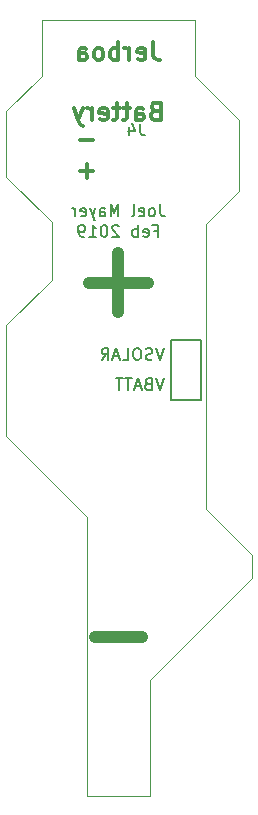
<source format=gbr>
%TF.GenerationSoftware,KiCad,Pcbnew,(5.0.0-rc3-dev)*%
%TF.CreationDate,2019-02-19T23:04:41+00:00*%
%TF.ProjectId,battery_breakout,626174746572795F627265616B6F7574,rev?*%
%TF.SameCoordinates,Original*%
%TF.FileFunction,Legend,Bot*%
%TF.FilePolarity,Positive*%
%FSLAX46Y46*%
G04 Gerber Fmt 4.6, Leading zero omitted, Abs format (unit mm)*
G04 Created by KiCad (PCBNEW (5.0.0-rc3-dev)) date 02/19/19 23:04:41*
%MOMM*%
%LPD*%
G01*
G04 APERTURE LIST*
%ADD10C,0.010000*%
%ADD11C,0.300000*%
%ADD12C,0.150000*%
%ADD13C,1.000000*%
G04 APERTURE END LIST*
D10*
X156600000Y-130100000D02*
X160500000Y-134000000D01*
X160500000Y-134000000D02*
X160500000Y-136000000D01*
X139700000Y-96450000D02*
X139700000Y-102000000D01*
X143550000Y-110750000D02*
X143550000Y-105850000D01*
X139700000Y-114600000D02*
X143550000Y-110750000D01*
X139700000Y-102000000D02*
X143550000Y-105850000D01*
X151900000Y-154400000D02*
X151900000Y-144600000D01*
X160500000Y-136000000D02*
X151900000Y-144600000D01*
X146500000Y-130800000D02*
X139700000Y-124000000D01*
X146500000Y-154400000D02*
X146500000Y-130800000D01*
X151900000Y-154400000D02*
X146500000Y-154400000D01*
D11*
X147071428Y-101507142D02*
X145928571Y-101507142D01*
X146500000Y-102078571D02*
X146500000Y-100935714D01*
X147071428Y-98907142D02*
X145928571Y-98907142D01*
D12*
X152223809Y-106578571D02*
X152557142Y-106578571D01*
X152557142Y-107102380D02*
X152557142Y-106102380D01*
X152080952Y-106102380D01*
X151319047Y-107054761D02*
X151414285Y-107102380D01*
X151604761Y-107102380D01*
X151700000Y-107054761D01*
X151747619Y-106959523D01*
X151747619Y-106578571D01*
X151700000Y-106483333D01*
X151604761Y-106435714D01*
X151414285Y-106435714D01*
X151319047Y-106483333D01*
X151271428Y-106578571D01*
X151271428Y-106673809D01*
X151747619Y-106769047D01*
X150842857Y-107102380D02*
X150842857Y-106102380D01*
X150842857Y-106483333D02*
X150747619Y-106435714D01*
X150557142Y-106435714D01*
X150461904Y-106483333D01*
X150414285Y-106530952D01*
X150366666Y-106626190D01*
X150366666Y-106911904D01*
X150414285Y-107007142D01*
X150461904Y-107054761D01*
X150557142Y-107102380D01*
X150747619Y-107102380D01*
X150842857Y-107054761D01*
X149223809Y-106197619D02*
X149176190Y-106150000D01*
X149080952Y-106102380D01*
X148842857Y-106102380D01*
X148747619Y-106150000D01*
X148700000Y-106197619D01*
X148652380Y-106292857D01*
X148652380Y-106388095D01*
X148700000Y-106530952D01*
X149271428Y-107102380D01*
X148652380Y-107102380D01*
X148033333Y-106102380D02*
X147938095Y-106102380D01*
X147842857Y-106150000D01*
X147795238Y-106197619D01*
X147747619Y-106292857D01*
X147700000Y-106483333D01*
X147700000Y-106721428D01*
X147747619Y-106911904D01*
X147795238Y-107007142D01*
X147842857Y-107054761D01*
X147938095Y-107102380D01*
X148033333Y-107102380D01*
X148128571Y-107054761D01*
X148176190Y-107007142D01*
X148223809Y-106911904D01*
X148271428Y-106721428D01*
X148271428Y-106483333D01*
X148223809Y-106292857D01*
X148176190Y-106197619D01*
X148128571Y-106150000D01*
X148033333Y-106102380D01*
X146747619Y-107102380D02*
X147319047Y-107102380D01*
X147033333Y-107102380D02*
X147033333Y-106102380D01*
X147128571Y-106245238D01*
X147223809Y-106340476D01*
X147319047Y-106388095D01*
X146271428Y-107102380D02*
X146080952Y-107102380D01*
X145985714Y-107054761D01*
X145938095Y-107007142D01*
X145842857Y-106864285D01*
X145795238Y-106673809D01*
X145795238Y-106292857D01*
X145842857Y-106197619D01*
X145890476Y-106150000D01*
X145985714Y-106102380D01*
X146176190Y-106102380D01*
X146271428Y-106150000D01*
X146319047Y-106197619D01*
X146366666Y-106292857D01*
X146366666Y-106530952D01*
X146319047Y-106626190D01*
X146271428Y-106673809D01*
X146176190Y-106721428D01*
X145985714Y-106721428D01*
X145890476Y-106673809D01*
X145842857Y-106626190D01*
X145795238Y-106530952D01*
X152723809Y-104352380D02*
X152723809Y-105066666D01*
X152771428Y-105209523D01*
X152866666Y-105304761D01*
X153009523Y-105352380D01*
X153104761Y-105352380D01*
X152104761Y-105352380D02*
X152200000Y-105304761D01*
X152247619Y-105257142D01*
X152295238Y-105161904D01*
X152295238Y-104876190D01*
X152247619Y-104780952D01*
X152200000Y-104733333D01*
X152104761Y-104685714D01*
X151961904Y-104685714D01*
X151866666Y-104733333D01*
X151819047Y-104780952D01*
X151771428Y-104876190D01*
X151771428Y-105161904D01*
X151819047Y-105257142D01*
X151866666Y-105304761D01*
X151961904Y-105352380D01*
X152104761Y-105352380D01*
X150961904Y-105304761D02*
X151057142Y-105352380D01*
X151247619Y-105352380D01*
X151342857Y-105304761D01*
X151390476Y-105209523D01*
X151390476Y-104828571D01*
X151342857Y-104733333D01*
X151247619Y-104685714D01*
X151057142Y-104685714D01*
X150961904Y-104733333D01*
X150914285Y-104828571D01*
X150914285Y-104923809D01*
X151390476Y-105019047D01*
X150342857Y-105352380D02*
X150438095Y-105304761D01*
X150485714Y-105209523D01*
X150485714Y-104352380D01*
X149200000Y-105352380D02*
X149200000Y-104352380D01*
X148866666Y-105066666D01*
X148533333Y-104352380D01*
X148533333Y-105352380D01*
X147628571Y-105352380D02*
X147628571Y-104828571D01*
X147676190Y-104733333D01*
X147771428Y-104685714D01*
X147961904Y-104685714D01*
X148057142Y-104733333D01*
X147628571Y-105304761D02*
X147723809Y-105352380D01*
X147961904Y-105352380D01*
X148057142Y-105304761D01*
X148104761Y-105209523D01*
X148104761Y-105114285D01*
X148057142Y-105019047D01*
X147961904Y-104971428D01*
X147723809Y-104971428D01*
X147628571Y-104923809D01*
X147247619Y-104685714D02*
X147009523Y-105352380D01*
X146771428Y-104685714D02*
X147009523Y-105352380D01*
X147104761Y-105590476D01*
X147152380Y-105638095D01*
X147247619Y-105685714D01*
X146009523Y-105304761D02*
X146104761Y-105352380D01*
X146295238Y-105352380D01*
X146390476Y-105304761D01*
X146438095Y-105209523D01*
X146438095Y-104828571D01*
X146390476Y-104733333D01*
X146295238Y-104685714D01*
X146104761Y-104685714D01*
X146009523Y-104733333D01*
X145961904Y-104828571D01*
X145961904Y-104923809D01*
X146438095Y-105019047D01*
X145533333Y-105352380D02*
X145533333Y-104685714D01*
X145533333Y-104876190D02*
X145485714Y-104780952D01*
X145438095Y-104733333D01*
X145342857Y-104685714D01*
X145247619Y-104685714D01*
X153023809Y-119052380D02*
X152690476Y-120052380D01*
X152357142Y-119052380D01*
X151690476Y-119528571D02*
X151547619Y-119576190D01*
X151500000Y-119623809D01*
X151452380Y-119719047D01*
X151452380Y-119861904D01*
X151500000Y-119957142D01*
X151547619Y-120004761D01*
X151642857Y-120052380D01*
X152023809Y-120052380D01*
X152023809Y-119052380D01*
X151690476Y-119052380D01*
X151595238Y-119100000D01*
X151547619Y-119147619D01*
X151500000Y-119242857D01*
X151500000Y-119338095D01*
X151547619Y-119433333D01*
X151595238Y-119480952D01*
X151690476Y-119528571D01*
X152023809Y-119528571D01*
X151071428Y-119766666D02*
X150595238Y-119766666D01*
X151166666Y-120052380D02*
X150833333Y-119052380D01*
X150500000Y-120052380D01*
X150309523Y-119052380D02*
X149738095Y-119052380D01*
X150023809Y-120052380D02*
X150023809Y-119052380D01*
X149547619Y-119052380D02*
X148976190Y-119052380D01*
X149261904Y-120052380D02*
X149261904Y-119052380D01*
X153026666Y-116512380D02*
X152693333Y-117512380D01*
X152359999Y-116512380D01*
X152074285Y-117464761D02*
X151931428Y-117512380D01*
X151693333Y-117512380D01*
X151598095Y-117464761D01*
X151550476Y-117417142D01*
X151502857Y-117321904D01*
X151502857Y-117226666D01*
X151550476Y-117131428D01*
X151598095Y-117083809D01*
X151693333Y-117036190D01*
X151883809Y-116988571D01*
X151979047Y-116940952D01*
X152026666Y-116893333D01*
X152074285Y-116798095D01*
X152074285Y-116702857D01*
X152026666Y-116607619D01*
X151979047Y-116560000D01*
X151883809Y-116512380D01*
X151645714Y-116512380D01*
X151502857Y-116560000D01*
X150883809Y-116512380D02*
X150693333Y-116512380D01*
X150598095Y-116560000D01*
X150502857Y-116655238D01*
X150455238Y-116845714D01*
X150455238Y-117179047D01*
X150502857Y-117369523D01*
X150598095Y-117464761D01*
X150693333Y-117512380D01*
X150883809Y-117512380D01*
X150979047Y-117464761D01*
X151074285Y-117369523D01*
X151121904Y-117179047D01*
X151121904Y-116845714D01*
X151074285Y-116655238D01*
X150979047Y-116560000D01*
X150883809Y-116512380D01*
X149550476Y-117512380D02*
X150026666Y-117512380D01*
X150026666Y-116512380D01*
X149264761Y-117226666D02*
X148788571Y-117226666D01*
X149359999Y-117512380D02*
X149026666Y-116512380D01*
X148693333Y-117512380D01*
X147788571Y-117512380D02*
X148121904Y-117036190D01*
X148359999Y-117512380D02*
X148359999Y-116512380D01*
X147979047Y-116512380D01*
X147883809Y-116560000D01*
X147836190Y-116607619D01*
X147788571Y-116702857D01*
X147788571Y-116845714D01*
X147836190Y-116940952D01*
X147883809Y-116988571D01*
X147979047Y-117036190D01*
X148359999Y-117036190D01*
D11*
X152128571Y-90628571D02*
X152128571Y-91700000D01*
X152200000Y-91914285D01*
X152342857Y-92057142D01*
X152557142Y-92128571D01*
X152700000Y-92128571D01*
X150842857Y-92057142D02*
X150985714Y-92128571D01*
X151271428Y-92128571D01*
X151414285Y-92057142D01*
X151485714Y-91914285D01*
X151485714Y-91342857D01*
X151414285Y-91200000D01*
X151271428Y-91128571D01*
X150985714Y-91128571D01*
X150842857Y-91200000D01*
X150771428Y-91342857D01*
X150771428Y-91485714D01*
X151485714Y-91628571D01*
X150128571Y-92128571D02*
X150128571Y-91128571D01*
X150128571Y-91414285D02*
X150057142Y-91271428D01*
X149985714Y-91200000D01*
X149842857Y-91128571D01*
X149700000Y-91128571D01*
X149200000Y-92128571D02*
X149200000Y-90628571D01*
X149200000Y-91200000D02*
X149057142Y-91128571D01*
X148771428Y-91128571D01*
X148628571Y-91200000D01*
X148557142Y-91271428D01*
X148485714Y-91414285D01*
X148485714Y-91842857D01*
X148557142Y-91985714D01*
X148628571Y-92057142D01*
X148771428Y-92128571D01*
X149057142Y-92128571D01*
X149200000Y-92057142D01*
X147628571Y-92128571D02*
X147771428Y-92057142D01*
X147842857Y-91985714D01*
X147914285Y-91842857D01*
X147914285Y-91414285D01*
X147842857Y-91271428D01*
X147771428Y-91200000D01*
X147628571Y-91128571D01*
X147414285Y-91128571D01*
X147271428Y-91200000D01*
X147200000Y-91271428D01*
X147128571Y-91414285D01*
X147128571Y-91842857D01*
X147200000Y-91985714D01*
X147271428Y-92057142D01*
X147414285Y-92128571D01*
X147628571Y-92128571D01*
X145842857Y-92128571D02*
X145842857Y-91342857D01*
X145914285Y-91200000D01*
X146057142Y-91128571D01*
X146342857Y-91128571D01*
X146485714Y-91200000D01*
X145842857Y-92057142D02*
X145985714Y-92128571D01*
X146342857Y-92128571D01*
X146485714Y-92057142D01*
X146557142Y-91914285D01*
X146557142Y-91771428D01*
X146485714Y-91628571D01*
X146342857Y-91557142D01*
X145985714Y-91557142D01*
X145842857Y-91485714D01*
X152307142Y-96442857D02*
X152092857Y-96514285D01*
X152021428Y-96585714D01*
X151950000Y-96728571D01*
X151950000Y-96942857D01*
X152021428Y-97085714D01*
X152092857Y-97157142D01*
X152235714Y-97228571D01*
X152807142Y-97228571D01*
X152807142Y-95728571D01*
X152307142Y-95728571D01*
X152164285Y-95800000D01*
X152092857Y-95871428D01*
X152021428Y-96014285D01*
X152021428Y-96157142D01*
X152092857Y-96300000D01*
X152164285Y-96371428D01*
X152307142Y-96442857D01*
X152807142Y-96442857D01*
X150664285Y-97228571D02*
X150664285Y-96442857D01*
X150735714Y-96300000D01*
X150878571Y-96228571D01*
X151164285Y-96228571D01*
X151307142Y-96300000D01*
X150664285Y-97157142D02*
X150807142Y-97228571D01*
X151164285Y-97228571D01*
X151307142Y-97157142D01*
X151378571Y-97014285D01*
X151378571Y-96871428D01*
X151307142Y-96728571D01*
X151164285Y-96657142D01*
X150807142Y-96657142D01*
X150664285Y-96585714D01*
X150164285Y-96228571D02*
X149592857Y-96228571D01*
X149950000Y-95728571D02*
X149950000Y-97014285D01*
X149878571Y-97157142D01*
X149735714Y-97228571D01*
X149592857Y-97228571D01*
X149307142Y-96228571D02*
X148735714Y-96228571D01*
X149092857Y-95728571D02*
X149092857Y-97014285D01*
X149021428Y-97157142D01*
X148878571Y-97228571D01*
X148735714Y-97228571D01*
X147664285Y-97157142D02*
X147807142Y-97228571D01*
X148092857Y-97228571D01*
X148235714Y-97157142D01*
X148307142Y-97014285D01*
X148307142Y-96442857D01*
X148235714Y-96300000D01*
X148092857Y-96228571D01*
X147807142Y-96228571D01*
X147664285Y-96300000D01*
X147592857Y-96442857D01*
X147592857Y-96585714D01*
X148307142Y-96728571D01*
X146950000Y-97228571D02*
X146950000Y-96228571D01*
X146950000Y-96514285D02*
X146878571Y-96371428D01*
X146807142Y-96300000D01*
X146664285Y-96228571D01*
X146521428Y-96228571D01*
X146164285Y-96228571D02*
X145807142Y-97228571D01*
X145450000Y-96228571D02*
X145807142Y-97228571D01*
X145950000Y-97585714D01*
X146021428Y-97657142D01*
X146164285Y-97728571D01*
D10*
X156600000Y-130100000D02*
X156600000Y-106050000D01*
X156600000Y-106050000D02*
X159450000Y-103200000D01*
X159450000Y-103200000D02*
X159450000Y-97200000D01*
X139700000Y-114600000D02*
X139700000Y-124000000D01*
X155700000Y-88700000D02*
X155700000Y-93450000D01*
X159450000Y-97200000D02*
X155700000Y-93450000D01*
X142700000Y-93450000D02*
X142700000Y-88700000D01*
X139700000Y-96450000D02*
X142700000Y-93450000D01*
X155700000Y-88700000D02*
X142700000Y-88700000D01*
D13*
X149200000Y-108500000D02*
X149200000Y-113500000D01*
X151700000Y-111000000D02*
X146700000Y-111000000D01*
X151200000Y-141000000D02*
X147200000Y-141000000D01*
D12*
X153630000Y-115790000D02*
X153630000Y-120870000D01*
X153630000Y-120870000D02*
X156170000Y-120870000D01*
X156170000Y-120870000D02*
X156170000Y-115790000D01*
X156170000Y-115790000D02*
X153630000Y-115790000D01*
X151033333Y-97502380D02*
X151033333Y-98216666D01*
X151080952Y-98359523D01*
X151176190Y-98454761D01*
X151319047Y-98502380D01*
X151414285Y-98502380D01*
X150128571Y-97835714D02*
X150128571Y-98502380D01*
X150366666Y-97454761D02*
X150604761Y-98169047D01*
X149985714Y-98169047D01*
M02*

</source>
